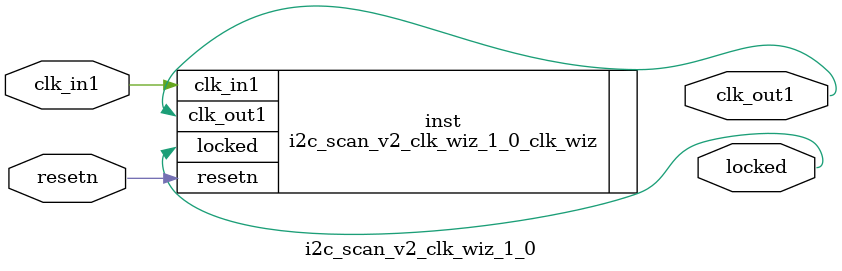
<source format=v>


`timescale 1ps/1ps

(* CORE_GENERATION_INFO = "i2c_scan_v2_clk_wiz_1_0,clk_wiz_v6_0_6_0_0,{component_name=i2c_scan_v2_clk_wiz_1_0,use_phase_alignment=true,use_min_o_jitter=false,use_max_i_jitter=false,use_dyn_phase_shift=false,use_inclk_switchover=false,use_dyn_reconfig=false,enable_axi=0,feedback_source=FDBK_AUTO,PRIMITIVE=MMCM,num_out_clk=1,clkin1_period=10.000,clkin2_period=10.000,use_power_down=false,use_reset=true,use_locked=true,use_inclk_stopped=false,feedback_type=SINGLE,CLOCK_MGR_TYPE=NA,manual_override=false}" *)

module i2c_scan_v2_clk_wiz_1_0 
 (
  // Clock out ports
  output        clk_out1,
  // Status and control signals
  input         resetn,
  output        locked,
 // Clock in ports
  input         clk_in1
 );

  i2c_scan_v2_clk_wiz_1_0_clk_wiz inst
  (
  // Clock out ports  
  .clk_out1(clk_out1),
  // Status and control signals               
  .resetn(resetn), 
  .locked(locked),
 // Clock in ports
  .clk_in1(clk_in1)
  );

endmodule

</source>
